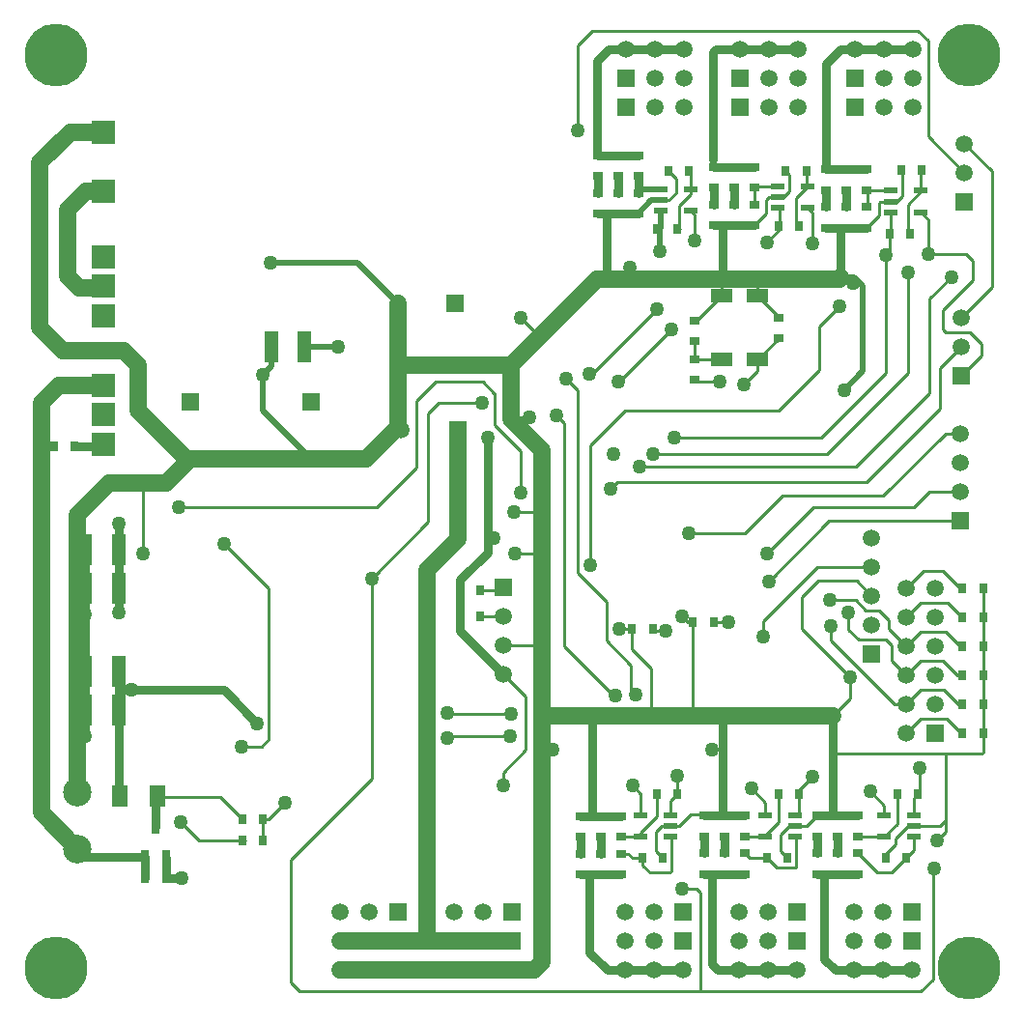
<source format=gbl>
%FSLAX25Y25*%
%MOIN*%
G70*
G01*
G75*
G04 Layer_Physical_Order=2*
G04 Layer_Color=16711680*
%ADD10R,0.03740X0.03150*%
%ADD11C,0.02500*%
%ADD12R,0.03150X0.03740*%
%ADD13R,0.18000X0.12598*%
%ADD14R,0.05118X0.02756*%
%ADD15R,0.02559X0.04724*%
%ADD16O,0.09449X0.02362*%
%ADD17R,0.09449X0.02362*%
%ADD18R,0.28740X0.10433*%
%ADD19R,0.04921X0.06299*%
%ADD20R,0.05500X0.07600*%
%ADD21R,0.05118X0.10630*%
%ADD22R,0.06299X0.06299*%
%ADD23R,0.04724X0.02559*%
%ADD24R,0.15748X0.21654*%
%ADD25R,0.06299X0.04921*%
%ADD26R,0.10000X0.07000*%
%ADD27R,0.06299X0.06299*%
%ADD28R,0.05906X0.01300*%
%ADD29R,0.01300X0.05906*%
%ADD30R,0.10039X0.12992*%
%ADD31R,0.10039X0.03740*%
%ADD32R,0.09000X0.22000*%
%ADD33O,0.02362X0.08661*%
%ADD34R,0.02362X0.08661*%
%ADD35C,0.01000*%
%ADD36C,0.02000*%
%ADD37C,0.03000*%
%ADD38C,0.06000*%
%ADD39C,0.05906*%
%ADD40R,0.05906X0.05906*%
%ADD41C,0.09843*%
%ADD42R,0.08400X0.08400*%
%ADD43R,0.05906X0.05906*%
%ADD44C,0.21654*%
%ADD45C,0.05000*%
%ADD46R,0.07500X0.05000*%
%ADD47R,0.04724X0.02165*%
D10*
X-94500Y698543D02*
D03*
Y691457D02*
D03*
Y677957D02*
D03*
Y685043D02*
D03*
X-65500Y699543D02*
D03*
Y692457D02*
D03*
X-134000Y520476D02*
D03*
Y527563D02*
D03*
Y507476D02*
D03*
Y514563D02*
D03*
X-127000Y520476D02*
D03*
Y527563D02*
D03*
Y507476D02*
D03*
Y514563D02*
D03*
X-120000Y507476D02*
D03*
Y514563D02*
D03*
Y520476D02*
D03*
Y527563D02*
D03*
X-38110Y520563D02*
D03*
Y527650D02*
D03*
X-52110Y520563D02*
D03*
Y527650D02*
D03*
X-38110Y507563D02*
D03*
Y514650D02*
D03*
X-45110Y520563D02*
D03*
Y527650D02*
D03*
Y507563D02*
D03*
Y514650D02*
D03*
X-52110Y507563D02*
D03*
Y514650D02*
D03*
X-77110Y520563D02*
D03*
Y527650D02*
D03*
Y507563D02*
D03*
Y514650D02*
D03*
X-91110Y520563D02*
D03*
Y527650D02*
D03*
X-84110Y520563D02*
D03*
Y527650D02*
D03*
X-91110Y507563D02*
D03*
Y514650D02*
D03*
X-84110Y507563D02*
D03*
Y514650D02*
D03*
X-49110Y737650D02*
D03*
Y730563D02*
D03*
X-42110Y737650D02*
D03*
Y730563D02*
D03*
X-35110Y750650D02*
D03*
Y743563D02*
D03*
X-49110Y750650D02*
D03*
Y743563D02*
D03*
X-42110Y750650D02*
D03*
Y743563D02*
D03*
X-35110Y737650D02*
D03*
Y730563D02*
D03*
X-121000Y742563D02*
D03*
Y735476D02*
D03*
X-128000Y742563D02*
D03*
Y735476D02*
D03*
X-114000Y755563D02*
D03*
Y748476D02*
D03*
X-121000Y755563D02*
D03*
Y748476D02*
D03*
X-128000Y755563D02*
D03*
Y748476D02*
D03*
X-114000Y742563D02*
D03*
Y735476D02*
D03*
X-81000Y751563D02*
D03*
Y744476D02*
D03*
X-88000Y751563D02*
D03*
Y744476D02*
D03*
X-74000Y738563D02*
D03*
Y731476D02*
D03*
X-81000Y738563D02*
D03*
Y731476D02*
D03*
X-88000Y738563D02*
D03*
Y731476D02*
D03*
X-74000Y751563D02*
D03*
Y744476D02*
D03*
D12*
X-95043Y594500D02*
D03*
X-87957D02*
D03*
X-116043Y592000D02*
D03*
X-108957D02*
D03*
X-168457Y605500D02*
D03*
X-175543D02*
D03*
X-168457Y596500D02*
D03*
X-175543D02*
D03*
X-2043Y606000D02*
D03*
X5043D02*
D03*
X-2087Y566000D02*
D03*
X5000D02*
D03*
X-2087Y576000D02*
D03*
X5000D02*
D03*
X-2087Y586000D02*
D03*
X5000D02*
D03*
X-2087Y596000D02*
D03*
X5000D02*
D03*
X-2087Y556000D02*
D03*
X5000D02*
D03*
X-243457Y519000D02*
D03*
X-250543D02*
D03*
X-250543Y526500D02*
D03*
X-243457D02*
D03*
X-276957Y506000D02*
D03*
X-284043D02*
D03*
X-308457Y655000D02*
D03*
X-315543D02*
D03*
X-100457Y535020D02*
D03*
X-107543D02*
D03*
X-112543Y513020D02*
D03*
X-105457D02*
D03*
X-17457Y535020D02*
D03*
X-24543D02*
D03*
X-21457Y513020D02*
D03*
X-28543D02*
D03*
X-69543D02*
D03*
X-62457D02*
D03*
X-58457Y535020D02*
D03*
X-65543D02*
D03*
X-16067Y750606D02*
D03*
X-23154D02*
D03*
X-27154Y728606D02*
D03*
X-20067D02*
D03*
X-96457Y750020D02*
D03*
X-103543D02*
D03*
X-107543Y730020D02*
D03*
X-100457D02*
D03*
X-55957Y750020D02*
D03*
X-63043D02*
D03*
X-65543Y731020D02*
D03*
X-58457D02*
D03*
D15*
X-284240Y513276D02*
D03*
X-276760D02*
D03*
X-280500Y523724D02*
D03*
D20*
X-292975Y534500D02*
D03*
X-280025D02*
D03*
D21*
X-293291Y606000D02*
D03*
X-304709D02*
D03*
X-293291Y619500D02*
D03*
X-304709D02*
D03*
X-293291Y577500D02*
D03*
X-304709D02*
D03*
X-293291Y564000D02*
D03*
X-304709D02*
D03*
X-229213Y689405D02*
D03*
X-240630D02*
D03*
D35*
X-160500Y576500D02*
X-152800Y568800D01*
Y550300D02*
Y568800D01*
X-160520Y542580D02*
X-152800Y550300D01*
X-160520Y538020D02*
Y542580D01*
X-139500Y586172D02*
Y663000D01*
Y586172D02*
X-123500Y570172D01*
X-272500Y634000D02*
X-204300D01*
X-190400Y647900D01*
Y670900D01*
X-183900Y677400D01*
X-167700D01*
X-163900Y673600D01*
X-163700D01*
Y662600D02*
Y673600D01*
Y662600D02*
X-154700Y653600D01*
Y639100D02*
Y653600D01*
X-206000Y540600D02*
Y609500D01*
X-234000Y512600D02*
X-206000Y540600D01*
X-234000Y470000D02*
Y512600D01*
X-180000Y562900D02*
X-158000D01*
X-180000D02*
Y563100D01*
Y554400D02*
X-179200Y555200D01*
X-158100D01*
X-135000Y611500D02*
Y674500D01*
Y611500D02*
X-125000Y601500D01*
Y588000D02*
Y601500D01*
Y588000D02*
X-116500Y579500D01*
X-206000Y609500D02*
X-186500Y629000D01*
Y666500D01*
X-183000Y670000D01*
X-168000D01*
X-2500Y679500D02*
X4500Y686500D01*
Y690500D01*
X500Y694500D02*
X4500Y690500D01*
X-8000Y694500D02*
X500D01*
X-9000Y695500D02*
X-8000Y694500D01*
X-9000Y695500D02*
Y702000D01*
X1500Y712500D01*
Y719000D01*
X-1000Y721500D02*
X1500Y719000D01*
X-14000Y721500D02*
X-1000D01*
X-1500Y759500D02*
X8000Y750000D01*
Y710000D02*
Y750000D01*
X-2500Y699500D02*
X8000Y710000D01*
X-14000Y762000D02*
X-1500Y749500D01*
X-14000Y762000D02*
Y795000D01*
X-17500Y798500D02*
X-14000Y795000D01*
X-130000Y798500D02*
X-17500D01*
X-135000Y793500D02*
X-130000Y798500D01*
X-135000Y764000D02*
Y793500D01*
X-117000Y716715D02*
X-116000Y715715D01*
X-118500Y667500D02*
X-65500D01*
X-51500Y681500D01*
Y696500D01*
X-44500Y703500D01*
X-130500Y655500D02*
X-118500Y667500D01*
X-130500Y614000D02*
Y655500D01*
X-27500Y592000D02*
X-21500Y586000D01*
X-27500Y592000D02*
Y595000D01*
X-31000Y598500D02*
X-27500Y595000D01*
X-35500Y598500D02*
X-31000D01*
X-39000Y602000D02*
X-35500Y598500D01*
X-48000Y602000D02*
X-39000D01*
X-26500Y581000D02*
X-21500Y576000D01*
X-26500Y581000D02*
Y586500D01*
X-28500Y588500D02*
X-26500Y586500D01*
X-38000Y588500D02*
X-28500D01*
X-41425Y591925D02*
X-38000Y588500D01*
X-41425Y591925D02*
Y597925D01*
X-25500Y566000D02*
X-21500D01*
X-47500Y588000D02*
X-25500Y566000D01*
X-47500Y588000D02*
Y593000D01*
X-47000Y549020D02*
X4520D01*
X5043Y549543D01*
X-21500Y606000D02*
X-15500Y612000D01*
X-9000D01*
X-3000Y606000D01*
X-2043D01*
X-21500Y596000D02*
X-16500Y601000D01*
X-7087D01*
X-2087Y596000D01*
X-21500Y586000D02*
X-16500Y591000D01*
X-8000D01*
X-3000Y586000D01*
X-2087D01*
X-21500Y576000D02*
X-16500Y581000D01*
X-9000D01*
X-4000Y576000D01*
X-2087D01*
X-21500Y566000D02*
X-16500Y571000D01*
X-8500D01*
X-3500Y566000D01*
X-2087D01*
X-21500Y556000D02*
X-16500Y561000D01*
X-7500D01*
X-2500Y556000D01*
X-2087D01*
X-144000Y550000D02*
X-143500Y550500D01*
X-88445Y550555D02*
X-85055D01*
X-29118Y520280D02*
X-24543Y524854D01*
X-38110Y520563D02*
X-29401D01*
X-8000Y522000D02*
Y526020D01*
X-11000Y519000D02*
X-8000Y522000D01*
X-92500Y467000D02*
Y501000D01*
Y467000D02*
X-16500D01*
X-231000D02*
X-92500D01*
X-94000Y502500D02*
X-92500Y501000D01*
X-99000Y502500D02*
X-94000D01*
X-234000Y470000D02*
X-231000Y467000D01*
X-16500D02*
X-12327Y471173D01*
Y509173D01*
X-12000Y509500D01*
X-47000Y562020D02*
X-41000Y568020D01*
Y575500D01*
X-168457Y596500D02*
X-160500D01*
X-168457Y605500D02*
X-161500D01*
X-95043Y562563D02*
Y594500D01*
X-109500Y562020D02*
Y578500D01*
X-116043Y585043D02*
X-109500Y578500D01*
X-116043Y585043D02*
Y592000D01*
X-87957Y594500D02*
X-83000D01*
X-97000D02*
X-95043D01*
X-99000Y596500D02*
X-97000Y594500D01*
X-120500Y592000D02*
X-116043D01*
X-108957D02*
X-108457Y591500D01*
X-104500D01*
X-142217Y665717D02*
X-139500Y663000D01*
X-123000Y568500D02*
Y569000D01*
X-123500D02*
Y570172D01*
X-139000Y678500D02*
X-135000Y674500D01*
X-116500Y569500D02*
Y579500D01*
X-13594Y639406D02*
X-2910D01*
X-19000Y634000D02*
X-13594Y639406D01*
X-53500Y634000D02*
X-19000D01*
X-69500Y618000D02*
X-53500Y634000D01*
X-48094Y629406D02*
X-2910D01*
X-69000Y608500D02*
X-48094Y629406D01*
X-158000Y665000D02*
X-151500D01*
X-159000D02*
X-158000D01*
X-47000Y555520D02*
X-45976Y556543D01*
X-156500Y618000D02*
X-147110D01*
X-148110Y586500D02*
X-147110Y587500D01*
X-160500Y586500D02*
X-148110D01*
X-157000Y632500D02*
X-147610D01*
X-115500Y570500D02*
Y571000D01*
X-116500Y569500D02*
X-115500Y570500D01*
X-10000Y682000D02*
X-2500Y689500D01*
X-10000Y668000D02*
Y682000D01*
X-243457Y526500D02*
X-241500D01*
X-236000Y532000D01*
X-72750Y707000D02*
Y712660D01*
X-13500Y706000D02*
X-6000Y713500D01*
X-13500Y673500D02*
Y706000D01*
X-39000Y648000D02*
X-13500Y673500D01*
X-113500Y648000D02*
X-39000D01*
X-65043Y730020D02*
Y736598D01*
X-21000Y680500D02*
Y715000D01*
X-49000Y652500D02*
X-21000Y680500D01*
X-109000Y652500D02*
X-49000D01*
X-28500Y680500D02*
Y721000D01*
X-51000Y658000D02*
X-28500Y680500D01*
X-101500Y658000D02*
X-51000D01*
X-131000Y680000D02*
X-130000D01*
X-107500Y702500D01*
X-121000Y677500D02*
X-120500D01*
X-102500Y695500D01*
X-26835Y728925D02*
Y735866D01*
X-27154Y722346D02*
Y728606D01*
X-28500Y721000D02*
X-27154Y722346D01*
X-14000Y721500D02*
Y733374D01*
X-16492Y735866D02*
X-14000Y733374D01*
X-55382Y737280D02*
X-54000Y735898D01*
Y725000D02*
Y735898D01*
X-94500Y726000D02*
Y734898D01*
X-95882Y736279D02*
X-94500Y734898D01*
X-69500Y725563D02*
X-65043Y730020D01*
X-72750Y685000D02*
X-65500Y692250D01*
Y692457D01*
X-94500Y685043D02*
Y691457D01*
Y685043D02*
X-94457Y685000D01*
X-85250D01*
X-73000Y707250D02*
X-72750Y707000D01*
X-65500Y699750D01*
Y699543D02*
Y699750D01*
X-250543Y519000D02*
X-249543D01*
X-265500D02*
X-250543D01*
X-85250Y707000D02*
Y712660D01*
X-93707Y698543D02*
X-85250Y707000D01*
X-94500Y698543D02*
X-93707D01*
X-94500Y677957D02*
X-94043Y677500D01*
X-86000D01*
X-72750Y681250D02*
Y685000D01*
X-77500Y676500D02*
X-72750Y681250D01*
X-243457Y519000D02*
Y526500D01*
X-280500Y534025D02*
X-258068D01*
X-250543Y526500D01*
X-272000Y525500D02*
X-265500Y519000D01*
X-16492Y743346D02*
Y750181D01*
X-21000Y729539D02*
Y738500D01*
X-16492Y743008D01*
Y743346D01*
X-22972Y741528D02*
Y750425D01*
X-24894Y739606D02*
X-22972Y741528D01*
X-26835Y739606D02*
X-24894D01*
X-34894Y737866D02*
Y743346D01*
X-26835D01*
X-35110Y730563D02*
X-31000Y734673D01*
Y739000D01*
X-30394Y739606D01*
X-26835D01*
X-59500Y740642D02*
X-55382Y744760D01*
X-55957Y745335D02*
Y750020D01*
X-73716Y744760D02*
X-65724D01*
X-74000Y738563D02*
Y744476D01*
Y731476D02*
X-70000Y735476D01*
Y740000D01*
X-68980Y741020D01*
X-65724D01*
X-59500Y731563D02*
X-57957Y730020D01*
X-59500Y731563D02*
Y740642D01*
X-63043Y750020D02*
X-61862Y748839D01*
X-63898Y741020D02*
X-61862Y743056D01*
X-65724Y741020D02*
X-63898D01*
X-61862Y743056D02*
Y748839D01*
X-95882Y743760D02*
Y749445D01*
X-96457Y750020D02*
X-95882Y749445D01*
X-103543Y750020D02*
X-101000Y747476D01*
Y742500D02*
Y747476D01*
X-103480Y740020D02*
X-101000Y742500D01*
X-106224Y740020D02*
X-103480D01*
X-95882Y742118D02*
Y743760D01*
X-99744Y738256D02*
X-95882Y742118D01*
X-99744Y730307D02*
Y738256D01*
Y730307D02*
X-99457Y730020D01*
X-285000Y618000D02*
Y641600D01*
X-257000Y621500D02*
X-241500Y606000D01*
Y554000D02*
Y606000D01*
X-244000Y551500D02*
X-241500Y554000D01*
X-251000Y551500D02*
X-244000D01*
X-120000Y514563D02*
X-117543D01*
X-116000Y513020D01*
X-112543D01*
Y510563D02*
Y513020D01*
Y510563D02*
X-110000Y508020D01*
X-103000D01*
X-102382Y508638D01*
Y519886D01*
X-119803Y520280D02*
X-113118D01*
Y521902D01*
X-107543Y527476D01*
Y535020D01*
X-106000Y524020D02*
X-102776D01*
X-108000Y522020D02*
X-106000Y524020D01*
X-108000Y515563D02*
Y522020D01*
Y515563D02*
X-105457Y513020D01*
X-100457Y535020D02*
Y541476D01*
X-102776Y527760D02*
Y532701D01*
X-100457Y535020D01*
X-102776Y524020D02*
X-100000D01*
X-96000Y528020D01*
X-91480D01*
X-91110Y527650D01*
X-113118Y527760D02*
Y535138D01*
X-116000Y538020D02*
X-113118Y535138D01*
X-62000Y524020D02*
X-59776D01*
X-65000Y521020D02*
X-62000Y524020D01*
X-65000Y515563D02*
Y521020D01*
Y515563D02*
X-62457Y513020D01*
X-70118Y520280D02*
Y520902D01*
X-65543Y525476D01*
Y535020D01*
X-76827Y520280D02*
X-70118D01*
X-58457Y529079D02*
Y535020D01*
X-59776Y524020D02*
X-55740D01*
X-52110Y527650D01*
X-75480Y513020D02*
X-69543D01*
X-77110Y514650D02*
X-75480Y513020D01*
X-59776Y520280D02*
X-59382Y519886D01*
Y509638D02*
Y519886D01*
X-66161Y509638D02*
X-59382D01*
X-69543Y513020D02*
X-66161Y509638D01*
X-24543Y524854D02*
Y535020D01*
X-21000Y524020D02*
X-18776D01*
X-25256Y519764D02*
X-21000Y524020D01*
X-25256Y517697D02*
Y519764D01*
X-28543Y514409D02*
X-25256Y517697D01*
X-28543Y513020D02*
Y514409D01*
X-18776Y515701D02*
Y520280D01*
X-21457Y513020D02*
X-18776Y515701D01*
X-38110Y514650D02*
X-37630D01*
X-38110D02*
X-31480Y508020D01*
X-26457D01*
X-21457Y513020D01*
X-18776Y527760D02*
Y533701D01*
X-17000Y535476D02*
Y544020D01*
X-18776Y533701D02*
X-17457Y535020D01*
X-17000Y535476D01*
X-29118Y527760D02*
Y531138D01*
X-34000Y536020D02*
X-29118Y531138D01*
X-18776Y524020D02*
X-10000D01*
X-8000Y526020D01*
Y548500D01*
X-58457Y535020D02*
Y536563D01*
X-54000Y541020D01*
X-70118Y527760D02*
Y532138D01*
X-75000Y537020D02*
X-70118Y532138D01*
X-154400Y699600D02*
X-148709Y693910D01*
X-123500Y640500D02*
X-121100Y642900D01*
X-35100D01*
X-10000Y668000D01*
X-7994Y659406D02*
X-2910D01*
X-29400Y638000D02*
X-7994Y659406D01*
X-64300Y638000D02*
X-29400D01*
X-77300Y625000D02*
X-64300Y638000D01*
X-71000Y589500D02*
Y594800D01*
X-52300Y613500D01*
X-33500D01*
X-38700Y608700D02*
X-33500Y603500D01*
X-52000Y608700D02*
X-38700D01*
X-57600Y603100D02*
X-52000Y608700D01*
X-57600Y592100D02*
Y603100D01*
Y592100D02*
X-41000Y575500D01*
X5043Y549543D02*
Y606000D01*
X-96600Y625000D02*
X-77300D01*
D36*
X-43000Y674500D02*
X-36500Y681000D01*
Y710500D01*
X-106543Y722543D02*
Y730020D01*
X-106224Y730339D02*
Y736279D01*
X-106543Y722543D02*
X-106500Y722500D01*
X-112803Y743760D02*
X-106224D01*
X-114000Y735476D02*
X-109457Y740020D01*
X-106224D01*
X-243421Y667363D02*
Y679906D01*
Y667363D02*
X-226921Y650863D01*
X-240630Y682697D02*
Y689405D01*
X-243421Y679906D02*
X-240630Y682697D01*
X-210964Y718405D02*
X-196964Y704405D01*
X-240921Y718405D02*
X-210964D01*
X-196964Y661905D02*
X-195964Y660906D01*
X-229213Y689405D02*
X-217421D01*
X-39390Y713390D02*
X-36500Y710500D01*
X-44110Y713390D02*
X-39390D01*
D37*
X-175500Y591500D02*
X-160500Y576500D01*
X-175500Y609000D02*
X-166000Y618500D01*
X-47000Y555520D02*
Y562020D01*
Y549020D02*
Y555520D01*
X-44110Y713390D02*
Y730000D01*
X-114000Y742563D02*
Y748476D01*
X-81000Y738563D02*
Y744476D01*
X-88000Y738563D02*
Y744476D01*
X-42110Y730563D02*
X-35110D01*
X-49110D02*
X-42110D01*
Y737650D02*
Y743563D01*
X-49110Y737650D02*
Y743563D01*
X-42110Y750650D02*
X-35110D01*
X-49110D02*
X-42110D01*
X-81000Y751563D02*
X-74000D01*
X-88000D02*
X-81000D01*
Y731476D02*
X-74000D01*
X-88000D02*
X-81000D01*
X-121000Y742563D02*
Y748476D01*
X-128000Y742563D02*
Y748476D01*
X-121000Y735476D02*
X-114000D01*
X-128000D02*
X-121000D01*
Y755563D02*
X-114000D01*
X-128000D02*
X-121000D01*
X-276957Y506000D02*
X-271500D01*
X-276957D02*
Y513079D01*
X-284043Y506000D02*
Y513079D01*
X-299221Y655000D02*
X-298421Y655800D01*
X-308457Y655000D02*
X-299221D01*
X-293291Y619500D02*
Y628291D01*
Y606000D02*
Y619500D01*
X-307500Y516157D02*
X-304618Y513276D01*
X-284240D01*
X-280500Y523724D02*
Y534025D01*
X-293291Y564000D02*
Y577500D01*
X-292791Y571000D02*
X-289000D01*
X-293291Y534500D02*
Y564000D01*
X-304709Y577500D02*
Y597000D01*
Y606000D01*
X-293291Y597791D02*
Y606000D01*
X-257000Y571000D02*
X-245500Y559500D01*
X-289000Y571000D02*
X-257000D01*
X-304709Y606000D02*
Y619500D01*
Y564000D02*
Y577500D01*
Y555209D02*
Y564000D01*
X-124423Y474319D02*
X-118425D01*
X-130710Y480606D02*
X-124423Y474319D01*
X-130710Y480606D02*
Y505706D01*
X-118425Y474319D02*
X-108425D01*
X-98425D01*
X-86423D02*
X-79055D01*
X-88510Y476406D02*
X-86423Y474319D01*
X-88510Y476406D02*
Y506406D01*
X-79055Y474319D02*
X-69055D01*
X-59055D01*
X-49810Y478206D02*
X-45923Y474319D01*
X-49810Y478206D02*
Y507020D01*
X-45923Y474319D02*
X-39685D01*
X-29685D01*
X-19685D01*
X-44110Y792106D02*
X-39370D01*
X-49110Y787106D02*
X-44110Y792106D01*
X-49110Y750650D02*
Y787106D01*
X-39370Y792106D02*
X-29370D01*
X-19370D01*
X-88110Y791106D02*
X-87110Y792106D01*
X-88110Y754106D02*
Y791106D01*
X-87110Y792106D02*
X-78740D01*
X-68740D01*
X-58740D01*
X-128110Y788106D02*
X-124110Y792106D01*
X-128110Y757106D02*
Y788106D01*
X-124110Y792106D02*
X-118110D01*
X-108110D01*
X-98110D01*
X-130000Y529020D02*
Y562020D01*
X-85000Y712910D02*
Y731000D01*
X-125000Y712910D02*
Y734500D01*
X-134000Y527563D02*
X-127000D01*
X-120000D01*
X-134000Y507476D02*
X-127000D01*
X-120000D01*
X-134000Y514563D02*
Y520476D01*
X-127000Y514563D02*
Y520476D01*
X-52110Y527650D02*
X-45110D01*
X-38110D01*
X-52110Y507563D02*
X-45110D01*
X-38110D01*
X-45110Y514650D02*
Y520563D01*
X-52110Y514650D02*
Y520563D01*
X-84110Y514650D02*
Y520563D01*
X-91110Y514650D02*
Y520563D01*
Y507563D02*
X-84110D01*
X-77110D01*
X-91110Y527650D02*
X-84110D01*
X-77110D01*
X-47000Y529020D02*
Y549020D01*
X-85000Y529020D02*
Y562020D01*
X-175500Y591500D02*
Y609000D01*
X-166000Y618500D02*
Y658000D01*
D38*
X-109500Y562020D02*
X-85000D01*
X-130000D02*
X-109500D01*
X-176279Y623221D02*
Y660906D01*
X-187010Y612490D02*
X-176279Y623221D01*
X-187010Y485806D02*
Y612490D01*
X-158000Y665000D02*
Y683106D01*
Y664500D02*
Y665000D01*
X-147197Y693910D02*
X-147110D01*
X-196964Y683106D02*
X-158000D01*
X-147110Y618000D02*
Y653610D01*
Y587500D02*
Y618000D01*
Y562020D02*
Y587500D01*
X-85000Y712910D02*
X-44591D01*
X-44110Y713390D01*
X-320000Y528657D02*
Y670020D01*
Y528657D02*
X-307500Y516157D01*
X-276784Y642500D02*
X-268421Y650863D01*
X-296500Y642500D02*
X-276784D01*
X-307500Y631500D02*
X-296500Y642500D01*
X-320480Y753000D02*
X-309875Y763605D01*
X-298421D01*
X-320480Y696000D02*
Y753000D01*
Y696000D02*
X-312480Y688000D01*
X-291480D01*
X-286480Y683000D01*
Y667500D02*
Y683000D01*
X-269843Y650863D02*
X-268421D01*
X-286480Y667500D02*
X-269843Y650863D01*
X-304621Y743205D02*
X-298421D01*
X-310921Y736905D02*
X-304621Y743205D01*
X-306921Y709905D02*
X-297921D01*
X-310921Y713905D02*
X-306921Y709905D01*
X-310921Y713905D02*
Y736905D01*
X-226921Y650863D02*
X-208006D01*
X-268421D02*
X-226921D01*
X-216850Y484319D02*
X-206850D01*
X-196850D01*
X-177480D01*
X-167480D01*
X-157480D01*
Y474319D02*
X-149898D01*
X-147110Y477106D01*
X-216850Y474319D02*
X-206850D01*
X-196850D01*
X-177480D01*
X-167480D01*
X-157480D01*
X-196964Y661905D02*
Y683106D01*
Y704405D01*
X-85000Y562020D02*
X-47000D01*
X-147110D02*
X-130000D01*
X-128110Y712910D02*
X-125000D01*
X-147110Y693910D02*
X-128110Y712910D01*
X-313820Y676200D02*
X-298421D01*
X-320000Y670020D02*
X-313820Y676200D01*
X-158000Y683106D02*
X-147197Y693910D01*
X-307500Y535843D02*
Y631500D01*
X-147110Y477106D02*
Y562020D01*
X-208006Y650863D02*
X-196964Y661905D01*
X-158000Y664500D02*
X-147110Y653610D01*
X-125000Y712910D02*
X-85000D01*
D39*
X-160500Y576500D02*
D03*
Y586500D02*
D03*
Y596500D02*
D03*
X-2500Y689500D02*
D03*
Y699500D02*
D03*
X-11500Y566000D02*
D03*
Y576000D02*
D03*
Y586000D02*
D03*
Y596000D02*
D03*
Y606000D02*
D03*
X-21500Y556000D02*
D03*
Y566000D02*
D03*
Y576000D02*
D03*
Y586000D02*
D03*
Y596000D02*
D03*
Y606000D02*
D03*
X-195964Y660906D02*
D03*
X-226921Y650863D02*
D03*
X-268421D02*
D03*
X-196964Y704405D02*
D03*
X-58740Y772106D02*
D03*
X-68740D02*
D03*
X-98110D02*
D03*
X-108110D02*
D03*
X-39685Y494319D02*
D03*
X-29685D02*
D03*
X-216850D02*
D03*
X-206850D02*
D03*
X-177480D02*
D03*
X-167480D02*
D03*
X-118425D02*
D03*
X-108425D02*
D03*
X-79055D02*
D03*
X-69055D02*
D03*
X-118425Y474319D02*
D03*
X-108425D02*
D03*
X-98425D02*
D03*
X-118425Y484319D02*
D03*
X-108425D02*
D03*
X-79055Y474319D02*
D03*
X-69055D02*
D03*
X-59055D02*
D03*
X-79055Y484319D02*
D03*
X-69055D02*
D03*
X-39685Y474319D02*
D03*
X-29685D02*
D03*
X-19685D02*
D03*
X-39685Y484319D02*
D03*
X-29685D02*
D03*
X-19370Y792106D02*
D03*
X-29370D02*
D03*
X-39370D02*
D03*
X-19370Y782106D02*
D03*
X-29370D02*
D03*
X-58740Y792106D02*
D03*
X-68740D02*
D03*
X-78740D02*
D03*
X-58740Y782106D02*
D03*
X-68740D02*
D03*
X-98110Y792106D02*
D03*
X-108110D02*
D03*
X-118110D02*
D03*
X-98110Y782106D02*
D03*
X-108110D02*
D03*
X-216850Y474319D02*
D03*
X-206850D02*
D03*
X-196850D02*
D03*
X-216850Y484319D02*
D03*
X-206850D02*
D03*
X-177480Y474319D02*
D03*
X-167480D02*
D03*
X-157480D02*
D03*
X-177480Y484319D02*
D03*
X-167480D02*
D03*
X-19370Y772106D02*
D03*
X-29370D02*
D03*
X-2910Y639406D02*
D03*
Y649406D02*
D03*
Y659406D02*
D03*
X-1500Y759500D02*
D03*
Y749500D02*
D03*
X-33500Y593500D02*
D03*
Y603500D02*
D03*
Y613500D02*
D03*
Y623500D02*
D03*
D40*
X-160500Y606500D02*
D03*
X-2500Y679500D02*
D03*
X-11500Y556000D02*
D03*
X-226921Y670548D02*
D03*
X-268421D02*
D03*
X-2910Y629406D02*
D03*
X-1500Y739500D02*
D03*
X-33500Y583500D02*
D03*
D41*
X-307500Y535843D02*
D03*
Y516157D02*
D03*
D42*
X-298421Y700206D02*
D03*
Y720606D02*
D03*
Y710405D02*
D03*
X-298421Y763605D02*
D03*
Y743205D02*
D03*
X-298421Y666000D02*
D03*
Y676200D02*
D03*
Y655800D02*
D03*
D43*
X-176279Y660906D02*
D03*
X-177279Y704405D02*
D03*
X-78740Y772106D02*
D03*
X-118110D02*
D03*
X-19685Y494319D02*
D03*
X-196850D02*
D03*
X-157480D02*
D03*
X-98425D02*
D03*
X-59055D02*
D03*
X-98425Y484319D02*
D03*
X-59055D02*
D03*
X-19685D02*
D03*
X-39370Y782106D02*
D03*
X-78740D02*
D03*
X-118110D02*
D03*
X-196850Y484319D02*
D03*
X-157480D02*
D03*
X-39370Y772106D02*
D03*
D44*
X0Y475020D02*
D03*
X-314961D02*
D03*
Y789980D02*
D03*
X0D02*
D03*
D45*
X-160520Y538020D02*
D03*
X-154700Y639100D02*
D03*
X-180000Y563100D02*
D03*
X-158000Y562900D02*
D03*
X-180000Y554400D02*
D03*
X-158100Y555200D02*
D03*
X-206000Y609500D02*
D03*
X-168000Y670000D02*
D03*
X-40000Y711500D02*
D03*
X-43000Y674500D02*
D03*
X-117000Y716715D02*
D03*
X-135000Y764000D02*
D03*
X-44500Y703500D02*
D03*
X-130500Y614000D02*
D03*
X-41425Y597925D02*
D03*
X-48000Y602000D02*
D03*
X-47500Y593000D02*
D03*
X-143500Y550500D02*
D03*
X-88445Y550555D02*
D03*
X-11000Y519000D02*
D03*
X-99000Y502500D02*
D03*
X-12000Y509500D02*
D03*
X-41000Y575500D02*
D03*
X-83000Y594500D02*
D03*
X-99000Y596500D02*
D03*
X-120500Y592000D02*
D03*
X-104500Y591500D02*
D03*
X-69500Y618000D02*
D03*
X-69000Y608500D02*
D03*
X-166000Y658000D02*
D03*
X-139000Y678500D02*
D03*
X-142217Y665717D02*
D03*
X-71000Y589500D02*
D03*
X-151500Y665000D02*
D03*
X-156500Y618000D02*
D03*
X-157000Y632500D02*
D03*
X-122000Y569000D02*
D03*
X-115000Y569500D02*
D03*
X-123500Y640500D02*
D03*
X-236000Y532000D02*
D03*
X-101500Y658000D02*
D03*
X-109000Y652500D02*
D03*
X-113500Y648000D02*
D03*
X-122500Y652500D02*
D03*
X-131000Y680000D02*
D03*
X-107500Y702500D02*
D03*
X-121000Y677500D02*
D03*
X-102500Y695500D02*
D03*
X-6000Y713500D02*
D03*
X-21000Y715000D02*
D03*
X-14000Y721500D02*
D03*
X-54000Y725000D02*
D03*
X-86000Y677500D02*
D03*
X-77500Y676500D02*
D03*
X-94500Y726000D02*
D03*
X-28500Y721000D02*
D03*
X-69500Y725563D02*
D03*
X-106500Y722500D02*
D03*
X-272000Y525500D02*
D03*
X-271500Y506000D02*
D03*
X-272500Y634000D02*
D03*
X-285000Y618000D02*
D03*
X-293291Y628291D02*
D03*
X-304709Y597000D02*
D03*
X-293291Y597791D02*
D03*
X-257000Y621500D02*
D03*
X-251000Y551500D02*
D03*
X-245500Y559500D02*
D03*
X-304709Y555209D02*
D03*
X-289000Y571000D02*
D03*
X-243421Y679906D02*
D03*
X-240921Y718405D02*
D03*
X-217421Y689405D02*
D03*
X-100457Y541476D02*
D03*
X-116000Y538020D02*
D03*
X-17000Y544020D02*
D03*
X-34000Y536020D02*
D03*
X-54000Y541020D02*
D03*
X-75000Y537020D02*
D03*
X-154400Y699600D02*
D03*
X-163900Y623600D02*
D03*
X-96600Y625000D02*
D03*
D46*
X-85250Y707000D02*
D03*
Y685000D02*
D03*
X-72750Y707000D02*
D03*
Y685000D02*
D03*
D47*
X-102776Y520280D02*
D03*
Y524020D02*
D03*
Y527760D02*
D03*
X-113118Y520280D02*
D03*
Y527760D02*
D03*
X-18776Y520280D02*
D03*
Y524020D02*
D03*
Y527760D02*
D03*
X-29118Y520280D02*
D03*
Y527760D02*
D03*
X-59776Y520280D02*
D03*
Y524020D02*
D03*
Y527760D02*
D03*
X-70118Y520280D02*
D03*
Y527760D02*
D03*
X-26835Y743346D02*
D03*
Y739606D02*
D03*
Y735866D02*
D03*
X-16492Y743346D02*
D03*
Y735866D02*
D03*
X-106224Y743760D02*
D03*
Y740020D02*
D03*
Y736279D02*
D03*
X-95882Y743760D02*
D03*
Y736279D02*
D03*
X-65724Y744760D02*
D03*
Y741020D02*
D03*
Y737280D02*
D03*
X-55382Y744760D02*
D03*
Y737280D02*
D03*
M02*

</source>
